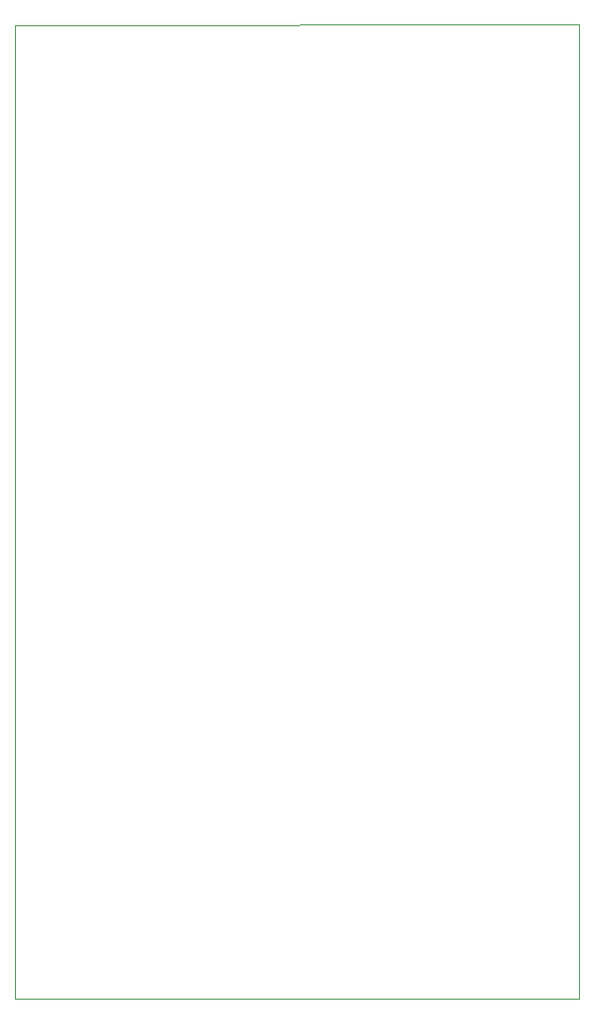
<source format=gbr>
%TF.GenerationSoftware,KiCad,Pcbnew,(5.1.10)-1*%
%TF.CreationDate,2022-09-13T11:59:32+02:00*%
%TF.ProjectId,Iinkscape file,49696e6b-7363-4617-9065-2066696c652e,rev?*%
%TF.SameCoordinates,Original*%
%TF.FileFunction,Profile,NP*%
%FSLAX46Y46*%
G04 Gerber Fmt 4.6, Leading zero omitted, Abs format (unit mm)*
G04 Created by KiCad (PCBNEW (5.1.10)-1) date 2022-09-13 11:59:32*
%MOMM*%
%LPD*%
G01*
G04 APERTURE LIST*
%TA.AperFunction,Profile*%
%ADD10C,0.100000*%
%TD*%
G04 APERTURE END LIST*
D10*
X25511650Y43967330D02*
X25511627Y43967319D01*
X-25491383Y43890129D02*
X25511650Y43967330D01*
X-25494578Y-44012436D02*
X-25491383Y43890129D01*
X25517264Y-44014952D02*
X-25494578Y-44012436D01*
X25511706Y43967257D02*
X25517264Y-44014952D01*
X25511627Y43967319D02*
X25511706Y43967257D01*
M02*

</source>
